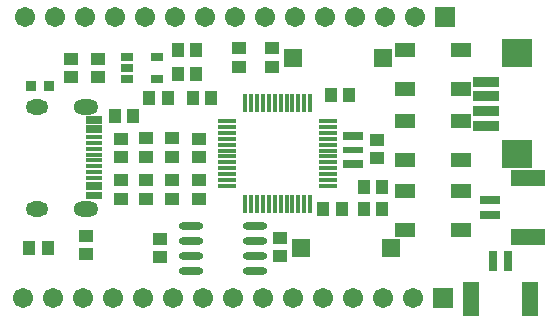
<source format=gts>
8ebc24da6004435dabba0e82d969f979G04 Layer: TopLayer*
G04 EasyEDA v6.5.9, 2022-08-01 21:18:00*
G04 ac5e******************************************aa,10*
G04 Gerber Generator version 0.2*
G04 Scale: 100 percent, Rotated: No, Reflected: No *
G04 Dimensions in millimeters *
G04 leading zeros omitted , absolute positions ,4 integer and 5 decimal *
G04*
G04 #@! TF.GenerationSoftware,Altium Limited,Altium Designer,20.2.6 (244)*
G04*
G04 Layer_Color=8388736*
%FSLAX25Y25*%
%MOIN*%
G70*
G04*
G04 #@! TF.SameCoordinates,E92D7ACF-12C1-4AFD-9B23-B2C13CE480F4*
G04*
G04*
G04 #@! TF.FilePolarity,Negative*
G04*
G01*
G75*
%ADD35O,0.06299X0.01457*%
%ADD36O,0.01457X0.06299*%
%ADD37R,0.04461X0.04658*%
%ADD38R,0.04658X0.04461*%
%ADD39R,0.07090X0.02960*%
%ADD40R,0.07090X0.02370*%
%ADD41R,0.02760X0.07090*%
%ADD42R,0.05520X0.11820*%
%ADD43R,0.06693X0.05118*%
%ADD44O,0.08078X0.02638*%
%ADD45R,0.05912X0.06306*%
%ADD46R,0.03575X0.03802*%
%ADD47R,0.04337X0.02762*%
%ADD48R,0.10234X0.09644*%
%ADD49R,0.09054X0.03544*%
%ADD50R,0.05512X0.01575*%
%ADD51R,0.07090X0.02760*%
%ADD52R,0.11820X0.05520*%
%ADD53C,0.06706*%
%ADD54R,0.06706X0.06706*%
%ADD55O,0.07487X0.05124*%
%ADD56O,0.08274X0.05124*%
D35*
X447000Y286220D02*
D03*
Y288189D02*
D03*
Y290157D02*
D03*
Y292126D02*
D03*
Y294094D02*
D03*
Y296063D02*
D03*
Y298031D02*
D03*
Y300000D02*
D03*
Y301968D02*
D03*
Y303937D02*
D03*
Y305905D02*
D03*
Y307874D02*
D03*
X413536D02*
D03*
Y305905D02*
D03*
Y303937D02*
D03*
Y301968D02*
D03*
Y300000D02*
D03*
Y298031D02*
D03*
Y296063D02*
D03*
Y294094D02*
D03*
Y292126D02*
D03*
Y290157D02*
D03*
Y288189D02*
D03*
Y286220D02*
D03*
D36*
X441095Y313779D02*
D03*
X439126D02*
D03*
X437158D02*
D03*
X435189D02*
D03*
X433221D02*
D03*
X431252D02*
D03*
X429284D02*
D03*
X427315D02*
D03*
X425347D02*
D03*
X423378D02*
D03*
X421410D02*
D03*
X419441D02*
D03*
Y280315D02*
D03*
X421410D02*
D03*
X423378D02*
D03*
X425347D02*
D03*
X427315D02*
D03*
X429284D02*
D03*
X431252D02*
D03*
X433221D02*
D03*
X435189D02*
D03*
X437158D02*
D03*
X439126D02*
D03*
X441095D02*
D03*
D37*
X408063Y315500D02*
D03*
X402000D02*
D03*
X353563Y265500D02*
D03*
X347500D02*
D03*
X465063Y286000D02*
D03*
X459000D02*
D03*
X465063Y278500D02*
D03*
X459000D02*
D03*
X445500D02*
D03*
X451563D02*
D03*
X448000Y316500D02*
D03*
X454063D02*
D03*
X403000Y323500D02*
D03*
X396937D02*
D03*
X403000Y331500D02*
D03*
X396937D02*
D03*
X376000Y309500D02*
D03*
X382063D02*
D03*
X393563Y315500D02*
D03*
X387500D02*
D03*
D38*
X431000Y262937D02*
D03*
Y269000D02*
D03*
X463500Y301500D02*
D03*
Y295437D02*
D03*
X366500Y263500D02*
D03*
Y269563D02*
D03*
X391000Y268500D02*
D03*
Y262437D02*
D03*
X378000Y295937D02*
D03*
Y302000D02*
D03*
X361500Y328563D02*
D03*
Y322500D02*
D03*
X370500Y328500D02*
D03*
Y322437D02*
D03*
X386500Y302063D02*
D03*
Y296000D02*
D03*
X395000Y302063D02*
D03*
Y296000D02*
D03*
X417500Y326000D02*
D03*
Y332063D02*
D03*
X404000Y302000D02*
D03*
Y295937D02*
D03*
X428500Y326000D02*
D03*
Y332063D02*
D03*
X404000Y288063D02*
D03*
Y282000D02*
D03*
X395000D02*
D03*
Y288063D02*
D03*
X386500Y282000D02*
D03*
Y288063D02*
D03*
X378000Y282000D02*
D03*
Y288063D02*
D03*
D39*
X455500Y293560D02*
D03*
Y303000D02*
D03*
D40*
Y298280D02*
D03*
D41*
X502040Y261300D02*
D03*
X506960D02*
D03*
D42*
X514240Y248700D02*
D03*
X494760D02*
D03*
D43*
X472748Y307997D02*
D03*
Y295004D02*
D03*
X491252D02*
D03*
Y307997D02*
D03*
X491252Y331497D02*
D03*
Y318503D02*
D03*
X472748D02*
D03*
Y331497D02*
D03*
X491252Y284496D02*
D03*
Y271503D02*
D03*
X472748D02*
D03*
Y284496D02*
D03*
D44*
X422650Y258000D02*
D03*
Y263000D02*
D03*
Y268000D02*
D03*
Y273000D02*
D03*
X401350Y258000D02*
D03*
Y263000D02*
D03*
Y268000D02*
D03*
Y273000D02*
D03*
D45*
X438040Y265500D02*
D03*
X467960D02*
D03*
X435540Y329000D02*
D03*
X465460D02*
D03*
D46*
X348068Y319500D02*
D03*
X354000D02*
D03*
D47*
X390119Y329240D02*
D03*
Y321760D02*
D03*
X379882D02*
D03*
Y325500D02*
D03*
Y329240D02*
D03*
D48*
X510100Y296900D02*
D03*
Y330400D02*
D03*
D49*
X499860Y321030D02*
D03*
Y316110D02*
D03*
Y311190D02*
D03*
Y306270D02*
D03*
D50*
X369008Y308889D02*
D03*
Y307708D02*
D03*
Y305739D02*
D03*
Y304558D02*
D03*
Y302590D02*
D03*
Y300621D02*
D03*
Y298653D02*
D03*
Y296684D02*
D03*
Y294716D02*
D03*
Y292747D02*
D03*
Y288810D02*
D03*
X369007Y286842D02*
D03*
Y285660D02*
D03*
X369008Y283692D02*
D03*
Y282511D02*
D03*
Y290780D02*
D03*
D51*
X501000Y276640D02*
D03*
Y281560D02*
D03*
D52*
X513600Y288840D02*
D03*
Y269360D02*
D03*
D53*
X346000Y342500D02*
D03*
X356000D02*
D03*
X366000D02*
D03*
X376000D02*
D03*
X386000D02*
D03*
X396000D02*
D03*
X406000D02*
D03*
X416000D02*
D03*
X426000D02*
D03*
X436000D02*
D03*
X446000D02*
D03*
X456000D02*
D03*
X466000D02*
D03*
X476000D02*
D03*
X345500Y249000D02*
D03*
X355500D02*
D03*
X365500D02*
D03*
X375500D02*
D03*
X385500D02*
D03*
X395500D02*
D03*
X405500D02*
D03*
X415500D02*
D03*
X425500D02*
D03*
X435500D02*
D03*
X445500D02*
D03*
X455500D02*
D03*
X465500D02*
D03*
X475500D02*
D03*
D54*
X486000Y342500D02*
D03*
X485500Y249000D02*
D03*
D55*
X349992Y312708D02*
D03*
Y278692D02*
D03*
D56*
X366449D02*
D03*
Y312708D02*
D03*
M02*

</source>
